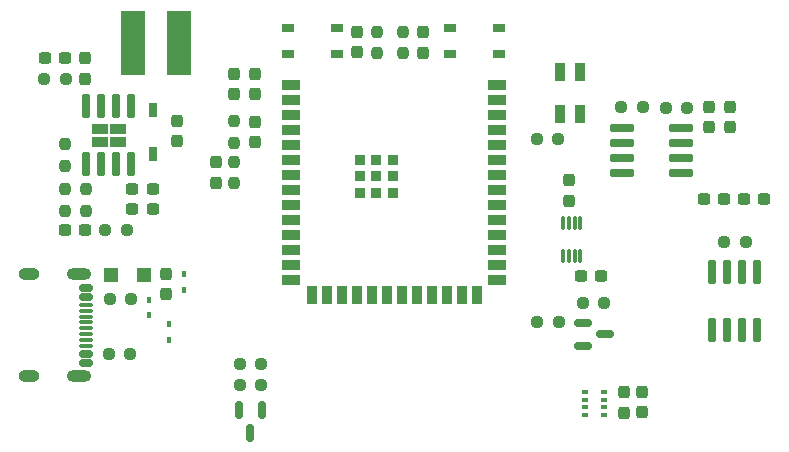
<source format=gbr>
%TF.GenerationSoftware,KiCad,Pcbnew,8.0.5*%
%TF.CreationDate,2024-09-28T10:08:31+02:00*%
%TF.ProjectId,Master,4d617374-6572-42e6-9b69-6361645f7063,rev?*%
%TF.SameCoordinates,Original*%
%TF.FileFunction,Paste,Top*%
%TF.FilePolarity,Positive*%
%FSLAX46Y46*%
G04 Gerber Fmt 4.6, Leading zero omitted, Abs format (unit mm)*
G04 Created by KiCad (PCBNEW 8.0.5) date 2024-09-28 10:08:31*
%MOMM*%
%LPD*%
G01*
G04 APERTURE LIST*
G04 Aperture macros list*
%AMRoundRect*
0 Rectangle with rounded corners*
0 $1 Rounding radius*
0 $2 $3 $4 $5 $6 $7 $8 $9 X,Y pos of 4 corners*
0 Add a 4 corners polygon primitive as box body*
4,1,4,$2,$3,$4,$5,$6,$7,$8,$9,$2,$3,0*
0 Add four circle primitives for the rounded corners*
1,1,$1+$1,$2,$3*
1,1,$1+$1,$4,$5*
1,1,$1+$1,$6,$7*
1,1,$1+$1,$8,$9*
0 Add four rect primitives between the rounded corners*
20,1,$1+$1,$2,$3,$4,$5,0*
20,1,$1+$1,$4,$5,$6,$7,0*
20,1,$1+$1,$6,$7,$8,$9,0*
20,1,$1+$1,$8,$9,$2,$3,0*%
G04 Aperture macros list end*
%ADD10C,0.010000*%
%ADD11RoundRect,0.237500X0.237500X-0.250000X0.237500X0.250000X-0.237500X0.250000X-0.237500X-0.250000X0*%
%ADD12RoundRect,0.150000X-0.425000X0.150000X-0.425000X-0.150000X0.425000X-0.150000X0.425000X0.150000X0*%
%ADD13RoundRect,0.075000X-0.500000X0.075000X-0.500000X-0.075000X0.500000X-0.075000X0.500000X0.075000X0*%
%ADD14O,2.100000X1.000000*%
%ADD15O,1.800000X1.000000*%
%ADD16R,1.200000X1.200000*%
%ADD17RoundRect,0.237500X-0.237500X0.300000X-0.237500X-0.300000X0.237500X-0.300000X0.237500X0.300000X0*%
%ADD18RoundRect,0.237500X0.237500X-0.300000X0.237500X0.300000X-0.237500X0.300000X-0.237500X-0.300000X0*%
%ADD19RoundRect,0.150000X-0.150000X0.587500X-0.150000X-0.587500X0.150000X-0.587500X0.150000X0.587500X0*%
%ADD20RoundRect,0.237500X-0.237500X0.287500X-0.237500X-0.287500X0.237500X-0.287500X0.237500X0.287500X0*%
%ADD21RoundRect,0.237500X0.300000X0.237500X-0.300000X0.237500X-0.300000X-0.237500X0.300000X-0.237500X0*%
%ADD22RoundRect,0.237500X-0.237500X0.250000X-0.237500X-0.250000X0.237500X-0.250000X0.237500X0.250000X0*%
%ADD23RoundRect,0.237500X-0.300000X-0.237500X0.300000X-0.237500X0.300000X0.237500X-0.300000X0.237500X0*%
%ADD24RoundRect,0.237500X-0.250000X-0.237500X0.250000X-0.237500X0.250000X0.237500X-0.250000X0.237500X0*%
%ADD25RoundRect,0.237500X0.250000X0.237500X-0.250000X0.237500X-0.250000X-0.237500X0.250000X-0.237500X0*%
%ADD26R,0.700000X1.200000*%
%ADD27R,0.500000X0.350000*%
%ADD28R,0.400000X0.480000*%
%ADD29RoundRect,0.075000X0.225000X-0.910000X0.225000X0.910000X-0.225000X0.910000X-0.225000X-0.910000X0*%
%ADD30RoundRect,0.033750X-0.101250X0.526250X-0.101250X-0.526250X0.101250X-0.526250X0.101250X0.526250X0*%
%ADD31RoundRect,0.150000X-0.587500X-0.150000X0.587500X-0.150000X0.587500X0.150000X-0.587500X0.150000X0*%
%ADD32R,0.850000X1.600000*%
%ADD33RoundRect,0.075000X-0.910000X-0.225000X0.910000X-0.225000X0.910000X0.225000X-0.910000X0.225000X0*%
%ADD34R,1.500000X0.900000*%
%ADD35R,0.900000X1.500000*%
%ADD36R,0.900000X0.900000*%
%ADD37R,1.050000X0.650000*%
%ADD38RoundRect,0.075000X-0.225000X0.910000X-0.225000X-0.910000X0.225000X-0.910000X0.225000X0.910000X0*%
%ADD39R,2.150000X5.500000*%
G04 APERTURE END LIST*
D10*
%TO.C,U9*%
X44383000Y-40430000D02*
X43143000Y-40430000D01*
X43143000Y-39630000D01*
X44383000Y-39630000D01*
X44383000Y-40430000D01*
G36*
X44383000Y-40430000D02*
G01*
X43143000Y-40430000D01*
X43143000Y-39630000D01*
X44383000Y-39630000D01*
X44383000Y-40430000D01*
G37*
X44383000Y-41500000D02*
X43143000Y-41500000D01*
X43143000Y-40700000D01*
X44383000Y-40700000D01*
X44383000Y-41500000D01*
G36*
X44383000Y-41500000D02*
G01*
X43143000Y-41500000D01*
X43143000Y-40700000D01*
X44383000Y-40700000D01*
X44383000Y-41500000D01*
G37*
X45893000Y-40430000D02*
X44653000Y-40430000D01*
X44653000Y-39630000D01*
X45893000Y-39630000D01*
X45893000Y-40430000D01*
G36*
X45893000Y-40430000D02*
G01*
X44653000Y-40430000D01*
X44653000Y-39630000D01*
X45893000Y-39630000D01*
X45893000Y-40430000D01*
G37*
X45893000Y-41500000D02*
X44653000Y-41500000D01*
X44653000Y-40700000D01*
X45893000Y-40700000D01*
X45893000Y-41500000D01*
G36*
X45893000Y-41500000D02*
G01*
X44653000Y-41500000D01*
X44653000Y-40700000D01*
X45893000Y-40700000D01*
X45893000Y-41500000D01*
G37*
%TD*%
D11*
%TO.C,R3*%
X55150000Y-44662500D03*
X55150000Y-42837500D03*
%TD*%
D12*
%TO.C,J1*%
X42582000Y-53494000D03*
X42582000Y-54294000D03*
D13*
X42582000Y-55444000D03*
X42582000Y-56444000D03*
X42582000Y-56944000D03*
X42582000Y-57944000D03*
D12*
X42582000Y-59094000D03*
X42582000Y-59894000D03*
X42582000Y-59894000D03*
X42582000Y-59094000D03*
D13*
X42582000Y-58444000D03*
X42582000Y-57444000D03*
X42582000Y-55944000D03*
X42582000Y-54944000D03*
D12*
X42582000Y-54294000D03*
X42582000Y-53494000D03*
D14*
X42007000Y-52374000D03*
D15*
X37827000Y-52374000D03*
D14*
X42007000Y-61014000D03*
D15*
X37827000Y-61014000D03*
%TD*%
D16*
%TO.C,D1*%
X47552000Y-52444000D03*
X44752000Y-52444000D03*
%TD*%
D17*
%TO.C,C1*%
X49400000Y-52337500D03*
X49400000Y-54062500D03*
%TD*%
D11*
%TO.C,R20*%
X40835000Y-43190500D03*
X40835000Y-41365500D03*
%TD*%
D18*
%TO.C,C13*%
X97104000Y-39918500D03*
X97104000Y-38193500D03*
%TD*%
%TO.C,C7*%
X56936000Y-37136000D03*
X56936000Y-35411000D03*
%TD*%
D19*
%TO.C,Q3*%
X57481500Y-63884500D03*
X55581500Y-63884500D03*
X56531500Y-65759500D03*
%TD*%
D20*
%TO.C,D5*%
X53600000Y-42875000D03*
X53600000Y-44625000D03*
%TD*%
D21*
%TO.C,C19*%
X96637500Y-45975000D03*
X94912500Y-45975000D03*
%TD*%
D18*
%TO.C,C6*%
X55188000Y-37136000D03*
X55188000Y-35411000D03*
%TD*%
D22*
%TO.C,R6*%
X67293000Y-31810500D03*
X67293000Y-33635500D03*
%TD*%
D23*
%TO.C,C11*%
X84521500Y-52503000D03*
X86246500Y-52503000D03*
%TD*%
D24*
%TO.C,R16*%
X84662500Y-54800000D03*
X86487500Y-54800000D03*
%TD*%
D17*
%TO.C,C21*%
X50360000Y-39348000D03*
X50360000Y-41073000D03*
%TD*%
D25*
%TO.C,R13*%
X89762500Y-38225000D03*
X87937500Y-38225000D03*
%TD*%
D24*
%TO.C,R19*%
X44240500Y-48628000D03*
X46065500Y-48628000D03*
%TD*%
D26*
%TO.C,D7*%
X48328000Y-42161000D03*
X48328000Y-38461000D03*
%TD*%
D17*
%TO.C,C16*%
X83479000Y-44401500D03*
X83479000Y-46126500D03*
%TD*%
D27*
%TO.C,U5*%
X84850000Y-64275000D03*
X84850000Y-63625000D03*
X84850000Y-62975000D03*
X84850000Y-62325000D03*
X86450000Y-62325000D03*
X86450000Y-62975000D03*
X86450000Y-63625000D03*
X86450000Y-64275000D03*
%TD*%
D18*
%TO.C,C14*%
X88178000Y-64068500D03*
X88178000Y-62343500D03*
%TD*%
D28*
%TO.C,D2*%
X49650000Y-57885000D03*
X49650000Y-56565000D03*
%TD*%
%TO.C,D4*%
X50875000Y-53660000D03*
X50875000Y-52340000D03*
%TD*%
D29*
%TO.C,U7*%
X95595000Y-57070000D03*
X96865000Y-57070000D03*
X98135000Y-57070000D03*
X99405000Y-57070000D03*
X99405000Y-52130000D03*
X98135000Y-52130000D03*
X96865000Y-52130000D03*
X95595000Y-52130000D03*
%TD*%
D24*
%TO.C,R7*%
X80762500Y-40900000D03*
X82587500Y-40900000D03*
%TD*%
D17*
%TO.C,C8*%
X56936000Y-39475000D03*
X56936000Y-41200000D03*
%TD*%
D18*
%TO.C,C9*%
X71181000Y-33585500D03*
X71181000Y-31860500D03*
%TD*%
D22*
%TO.C,R22*%
X42613000Y-45175500D03*
X42613000Y-47000500D03*
%TD*%
D24*
%TO.C,R24*%
X55619000Y-59996000D03*
X57444000Y-59996000D03*
%TD*%
D30*
%TO.C,U2*%
X84483000Y-48038500D03*
X83983000Y-48038500D03*
X83483000Y-48038500D03*
X82983000Y-48038500D03*
X82983000Y-50848500D03*
X83483000Y-50848500D03*
X83983000Y-50848500D03*
X84483000Y-50848500D03*
%TD*%
D31*
%TO.C,Q2*%
X84700000Y-56500000D03*
X84700000Y-58400000D03*
X86575000Y-57450000D03*
%TD*%
D25*
%TO.C,R17*%
X57444000Y-61774000D03*
X55619000Y-61774000D03*
%TD*%
D18*
%TO.C,C12*%
X95326000Y-39918500D03*
X95326000Y-38193500D03*
%TD*%
D24*
%TO.C,R2*%
X44537500Y-59075000D03*
X46362500Y-59075000D03*
%TD*%
D22*
%TO.C,R23*%
X40835000Y-45175500D03*
X40835000Y-47000500D03*
%TD*%
D18*
%TO.C,C4*%
X42500035Y-35801455D03*
X42500035Y-34076455D03*
%TD*%
D11*
%TO.C,R4*%
X55158000Y-41250000D03*
X55158000Y-39425000D03*
%TD*%
D18*
%TO.C,C10*%
X65593000Y-33573000D03*
X65593000Y-31848000D03*
%TD*%
D23*
%TO.C,C18*%
X98287500Y-45950000D03*
X100012500Y-45950000D03*
%TD*%
D24*
%TO.C,R14*%
X91712500Y-38250000D03*
X93537500Y-38250000D03*
%TD*%
D32*
%TO.C,D6*%
X84481000Y-35273000D03*
X82731000Y-35273000D03*
X82731000Y-38773000D03*
X84481000Y-38773000D03*
%TD*%
D23*
%TO.C,C5*%
X39112500Y-34047000D03*
X40837500Y-34047000D03*
%TD*%
%TO.C,C20*%
X40825271Y-48613035D03*
X42550271Y-48613035D03*
%TD*%
D33*
%TO.C,U3*%
X88030000Y-39945000D03*
X88030000Y-41215000D03*
X88030000Y-42485000D03*
X88030000Y-43755000D03*
X92970000Y-43755000D03*
X92970000Y-42485000D03*
X92970000Y-41215000D03*
X92970000Y-39945000D03*
%TD*%
D22*
%TO.C,R5*%
X69459000Y-31810500D03*
X69459000Y-33635500D03*
%TD*%
D24*
%TO.C,R1*%
X44642000Y-54434000D03*
X46467000Y-54434000D03*
%TD*%
D34*
%TO.C,U1*%
X59945000Y-36340000D03*
X59945000Y-37610000D03*
X59945000Y-38880000D03*
X59945000Y-40150000D03*
X59945000Y-41420000D03*
X59945000Y-42690000D03*
X59945000Y-43960000D03*
X59945000Y-45230000D03*
X59945000Y-46500000D03*
X59945000Y-47770000D03*
X59945000Y-49040000D03*
X59945000Y-50310000D03*
X59945000Y-51580000D03*
X59945000Y-52850000D03*
D35*
X61710000Y-54100000D03*
X62980000Y-54100000D03*
X64250000Y-54100000D03*
X65520000Y-54100000D03*
X66790000Y-54100000D03*
X68060000Y-54100000D03*
X69330000Y-54100000D03*
X70600000Y-54100000D03*
X71870000Y-54100000D03*
X73140000Y-54100000D03*
X74410000Y-54100000D03*
X75680000Y-54100000D03*
D34*
X77445000Y-52850000D03*
X77445000Y-51580000D03*
X77445000Y-50310000D03*
X77445000Y-49040000D03*
X77445000Y-47770000D03*
X77445000Y-46500000D03*
X77445000Y-45230000D03*
X77445000Y-43960000D03*
X77445000Y-42690000D03*
X77445000Y-41420000D03*
X77445000Y-40150000D03*
X77445000Y-38880000D03*
X77445000Y-37610000D03*
X77445000Y-36340000D03*
D36*
X65795000Y-42660000D03*
X67195000Y-42660000D03*
X68595000Y-42660000D03*
X65795000Y-44060000D03*
X67195000Y-44060000D03*
X68595000Y-44060000D03*
X65795000Y-45460000D03*
X67195000Y-45460000D03*
X68595000Y-45460000D03*
%TD*%
D28*
%TO.C,D3*%
X47925000Y-54502500D03*
X47925000Y-55822500D03*
%TD*%
D37*
%TO.C,SW1*%
X73446000Y-31548000D03*
X77596000Y-31548000D03*
X73446000Y-33698000D03*
X77596000Y-33698000D03*
%TD*%
D24*
%TO.C,R18*%
X80836500Y-56434000D03*
X82661500Y-56434000D03*
%TD*%
D37*
%TO.C,SW2*%
X59696000Y-31548000D03*
X63846000Y-31548000D03*
X59696000Y-33698000D03*
X63846000Y-33698000D03*
%TD*%
D38*
%TO.C,U9*%
X46423000Y-38090000D03*
X45153000Y-38090000D03*
X43883000Y-38090000D03*
X42613000Y-38090000D03*
X42613000Y-43040000D03*
X43883000Y-43040000D03*
X45153000Y-43040000D03*
X46423000Y-43040000D03*
%TD*%
D24*
%TO.C,R15*%
X96662500Y-49650000D03*
X98487500Y-49650000D03*
%TD*%
D39*
%TO.C,L1*%
X46625000Y-32775000D03*
X50475000Y-32775000D03*
%TD*%
D23*
%TO.C,C2*%
X46550000Y-45159000D03*
X48275000Y-45159000D03*
%TD*%
%TO.C,C3*%
X46550000Y-46850000D03*
X48275000Y-46850000D03*
%TD*%
D18*
%TO.C,C15*%
X89725000Y-64062500D03*
X89725000Y-62337500D03*
%TD*%
D25*
%TO.C,R21*%
X40887500Y-35825000D03*
X39062500Y-35825000D03*
%TD*%
M02*

</source>
